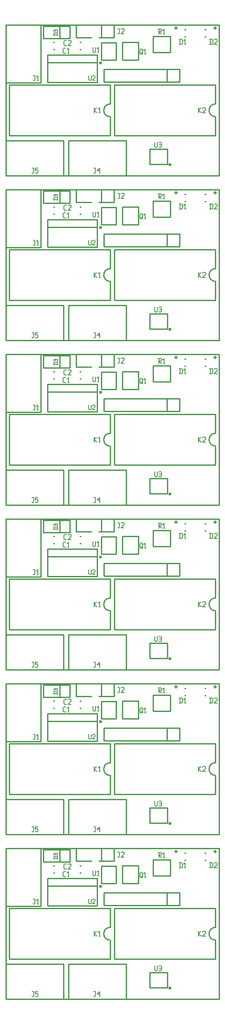
<source format=gbr>
G04 start of page 8 for group -4079 idx -4079 *
G04 Title: (unknown), topsilk *
G04 Creator: pcb 20110918 *
G04 CreationDate: Sun 20 Dec 2015 04:06:38 AM GMT UTC *
G04 For: petersen *
G04 Format: Gerber/RS-274X *
G04 PCB-Dimensions: 170000 770000 *
G04 PCB-Coordinate-Origin: lower left *
%MOIN*%
%FSLAX25Y25*%
%LNTOPSILK*%
%ADD74C,0.0080*%
%ADD73C,0.0100*%
%ADD72C,0.0001*%
G54D72*G36*
X129500Y530000D02*X131500D01*
Y528000D01*
X129500D01*
Y530000D01*
G37*
G36*
X74500Y480500D02*X76500D01*
Y478500D01*
X74500D01*
Y480500D01*
G37*
G36*
X129500Y400000D02*X131500D01*
Y398000D01*
X129500D01*
Y400000D01*
G37*
G36*
X74500Y350500D02*X76500D01*
Y348500D01*
X74500D01*
Y350500D01*
G37*
G36*
Y740500D02*X76500D01*
Y738500D01*
X74500D01*
Y740500D01*
G37*
G36*
X129500Y660000D02*X131500D01*
Y658000D01*
X129500D01*
Y660000D01*
G37*
G36*
X74500Y610500D02*X76500D01*
Y608500D01*
X74500D01*
Y610500D01*
G37*
G36*
X129500Y270000D02*X131500D01*
Y268000D01*
X129500D01*
Y270000D01*
G37*
G36*
X74500Y220500D02*X76500D01*
Y218500D01*
X74500D01*
Y220500D01*
G37*
G36*
X129500Y140000D02*X131500D01*
Y138000D01*
X129500D01*
Y140000D01*
G37*
G36*
Y10000D02*X131500D01*
Y8000D01*
X129500D01*
Y10000D01*
G37*
G36*
X74500Y90500D02*X76500D01*
Y88500D01*
X74500D01*
Y90500D01*
G37*
G54D73*X169500Y639500D02*Y520500D01*
X166000Y638000D02*Y636000D01*
X165000Y637000D02*X167000D01*
X169500Y249500D02*Y130500D01*
X166000Y248000D02*Y246000D01*
X165000Y247000D02*X167000D01*
X169500Y119500D02*Y500D01*
X166000Y118000D02*Y116000D01*
X165000Y117000D02*X167000D01*
X169500Y769500D02*Y650500D01*
X166000Y768000D02*Y766000D01*
X165000Y767000D02*X167000D01*
X135000Y768000D02*Y766000D01*
Y638000D02*Y636000D01*
X134000Y637000D02*X136000D01*
X500Y769500D02*X169500D01*
Y650500D02*X500D01*
Y769500D01*
X134000Y767000D02*X136000D01*
X500Y639500D02*X169500D01*
Y520500D02*X500D01*
Y509500D02*X169500D01*
X135000Y508000D02*Y506000D01*
X134000Y507000D02*X136000D01*
X500Y520500D02*Y639500D01*
Y260500D02*Y379500D01*
X169500Y390500D02*X500D01*
Y509500D01*
Y379500D02*X169500D01*
X135000Y378000D02*Y376000D01*
X134000Y377000D02*X136000D01*
X169500Y509500D02*Y390500D01*
X166000Y508000D02*Y506000D01*
X165000Y507000D02*X167000D01*
X166000Y378000D02*Y376000D01*
X165000Y377000D02*X167000D01*
X169500Y379500D02*Y260500D01*
X500D01*
Y249500D02*X169500D01*
X135000Y248000D02*Y246000D01*
X134000Y247000D02*X136000D01*
X169500Y130500D02*X500D01*
Y249500D01*
Y119500D02*X169500D01*
Y500D02*X500D01*
Y119500D01*
X135000Y118000D02*Y116000D01*
X134000Y117000D02*X136000D01*
X50000Y520500D02*X95669D01*
Y548059D02*Y520500D01*
X50000Y548059D02*X95669D01*
X50000D02*Y520500D01*
X500D02*X46169D01*
Y548059D02*Y520500D01*
X500Y548059D02*X46169D01*
X500D02*Y520500D01*
X38107Y490245D02*X38893D01*
X38107Y495755D02*X38893D01*
X56000Y509500D02*X86000D01*
X56000D02*Y499500D01*
X86000Y509500D02*Y499500D01*
X76000Y509500D02*Y499500D01*
X74000D02*X86000D01*
X56000D02*X68000D01*
X30000Y508300D02*X51000D01*
X30000Y498700D02*X51000D01*
Y508300D02*Y498700D01*
X30000Y508300D02*Y498700D01*
X43000Y508300D02*Y498700D01*
X59064Y490245D02*X59850D01*
X59064Y495755D02*X59850D01*
X105400Y495600D02*Y481700D01*
X92600Y495600D02*X105400D01*
X92600D02*Y481700D01*
X105400D01*
X50000Y390500D02*X95669D01*
Y418059D02*Y390500D01*
X50000Y418059D02*X95669D01*
X50000D02*Y390500D01*
X72685Y464157D02*X33315D01*
X72685Y485811D02*X33315D01*
Y479905D02*X72685D01*
Y485811D02*Y464157D01*
X33315D02*Y485811D01*
X76000Y495500D02*Y481600D01*
X87800D01*
Y495500D01*
X76000D01*
X500Y509500D02*Y463831D01*
X28059D01*
Y509500D01*
X500D01*
X3000Y462000D02*X83000D01*
X3000D02*Y422000D01*
X83000D01*
Y462000D02*Y447000D01*
Y437000D02*Y422000D01*
Y447000D02*G75*G03X83000Y437000I0J-5000D01*G01*
X114500Y399500D02*X128400D01*
Y411300D02*Y399500D01*
X114500Y411300D02*X128400D01*
X114500D02*Y399500D01*
X86500Y462000D02*X166500D01*
X86500D02*Y422000D01*
X166500D01*
Y462000D02*Y447000D01*
Y437000D02*Y422000D01*
Y447000D02*G75*G03X166500Y437000I0J-5000D01*G01*
X78000Y474500D02*X138000D01*
X78000D02*Y464500D01*
X138000D01*
Y474500D02*Y464500D01*
X128000Y474500D02*Y464500D01*
X138000D01*
X158107Y505755D02*X158893D01*
X158107Y500245D02*X158893D01*
X142107D02*X142893D01*
X142107Y505755D02*X142893D01*
X130890Y500299D02*Y487701D01*
X117110D02*X130890D01*
X117110Y500299D02*Y487701D01*
Y500299D02*X130890D01*
X158107Y375755D02*X158893D01*
X158107Y370245D02*X158893D01*
X142107D02*X142893D01*
X142107Y375755D02*X142893D01*
X130890Y370299D02*Y357701D01*
X117110D02*X130890D01*
X117110Y370299D02*Y357701D01*
Y370299D02*X130890D01*
X78000Y344500D02*X138000D01*
X78000D02*Y334500D01*
X138000D01*
Y344500D02*Y334500D01*
X128000Y344500D02*Y334500D01*
X138000D01*
X86500Y332000D02*X166500D01*
X86500D02*Y292000D01*
X166500D01*
Y332000D02*Y317000D01*
Y307000D02*Y292000D01*
Y317000D02*G75*G03X166500Y307000I0J-5000D01*G01*
X500Y390500D02*X46169D01*
Y418059D02*Y390500D01*
X500Y418059D02*X46169D01*
X500D02*Y390500D01*
X38107Y360245D02*X38893D01*
X38107Y365755D02*X38893D01*
X500Y379500D02*Y333831D01*
X28059D01*
Y379500D01*
X500D01*
Y260500D02*X46169D01*
Y288059D02*Y260500D01*
X500Y288059D02*X46169D01*
X500D02*Y260500D01*
X59064Y360245D02*X59850D01*
X59064Y365755D02*X59850D01*
X105400Y365600D02*Y351700D01*
X92600Y365600D02*X105400D01*
X92600D02*Y351700D01*
X105400D01*
X72685Y334157D02*X33315D01*
X72685Y355811D02*X33315D01*
Y349905D02*X72685D01*
Y355811D02*Y334157D01*
X33315D02*Y355811D01*
X56000Y379500D02*X86000D01*
X56000D02*Y369500D01*
X86000Y379500D02*Y369500D01*
X76000Y379500D02*Y369500D01*
X74000D02*X86000D01*
X56000D02*X68000D01*
X30000Y378300D02*X51000D01*
X30000Y368700D02*X51000D01*
Y378300D02*Y368700D01*
X30000Y378300D02*Y368700D01*
X43000Y378300D02*Y368700D01*
X76000Y365500D02*Y351600D01*
X87800D01*
Y365500D01*
X76000D01*
X50000Y260500D02*X95669D01*
Y288059D02*Y260500D01*
X50000Y288059D02*X95669D01*
X50000D02*Y260500D01*
X3000Y332000D02*X83000D01*
X3000D02*Y292000D01*
X83000D01*
Y332000D02*Y317000D01*
Y307000D02*Y292000D01*
Y317000D02*G75*G03X83000Y307000I0J-5000D01*G01*
X114500Y269500D02*X128400D01*
Y281300D02*Y269500D01*
X114500Y281300D02*X128400D01*
X114500D02*Y269500D01*
X158107Y245755D02*X158893D01*
X158107Y240245D02*X158893D01*
X142107D02*X142893D01*
X142107Y245755D02*X142893D01*
X130890Y240299D02*Y227701D01*
X117110D02*X130890D01*
X117110Y240299D02*Y227701D01*
Y240299D02*X130890D01*
X78000Y214500D02*X138000D01*
X78000D02*Y204500D01*
X138000D01*
Y214500D02*Y204500D01*
X128000Y214500D02*Y204500D01*
X138000D01*
X86500Y202000D02*X166500D01*
X86500D02*Y162000D01*
X166500D01*
Y202000D02*Y187000D01*
Y177000D02*Y162000D01*
Y187000D02*G75*G03X166500Y177000I0J-5000D01*G01*
X114500Y139500D02*X128400D01*
Y151300D02*Y139500D01*
X114500Y151300D02*X128400D01*
X114500D02*Y139500D01*
Y9500D02*X128400D01*
Y21300D02*Y9500D01*
X114500Y21300D02*X128400D01*
X114500D02*Y9500D01*
X158107Y115755D02*X158893D01*
X158107Y110245D02*X158893D01*
X142107D02*X142893D01*
X142107Y115755D02*X142893D01*
X130890Y110299D02*Y97701D01*
X117110D02*X130890D01*
X117110Y110299D02*Y97701D01*
Y110299D02*X130890D01*
X78000Y84500D02*X138000D01*
X78000D02*Y74500D01*
X138000D01*
Y84500D02*Y74500D01*
X128000Y84500D02*Y74500D01*
X138000D01*
X86500Y72000D02*X166500D01*
X86500D02*Y32000D01*
X166500D01*
Y72000D02*Y57000D01*
Y47000D02*Y32000D01*
Y57000D02*G75*G03X166500Y47000I0J-5000D01*G01*
X72685Y204157D02*X33315D01*
X72685Y225811D02*X33315D01*
Y219905D02*X72685D01*
Y225811D02*Y204157D01*
X33315D02*Y225811D01*
X3000Y202000D02*X83000D01*
X3000D02*Y162000D01*
X83000D01*
Y202000D02*Y187000D01*
Y177000D02*Y162000D01*
Y187000D02*G75*G03X83000Y177000I0J-5000D01*G01*
X105400Y235600D02*Y221700D01*
X92600Y235600D02*X105400D01*
X92600D02*Y221700D01*
X105400D01*
X50000Y130500D02*X95669D01*
Y158059D02*Y130500D01*
X50000Y158059D02*X95669D01*
X50000D02*Y130500D01*
X500D02*X46169D01*
Y158059D02*Y130500D01*
X500Y158059D02*X46169D01*
X500D02*Y130500D01*
X59064Y230245D02*X59850D01*
X59064Y235755D02*X59850D01*
X38107Y230245D02*X38893D01*
X38107Y235755D02*X38893D01*
X500Y249500D02*Y203831D01*
X28059D01*
Y249500D01*
X500D01*
X56000D02*X86000D01*
X56000D02*Y239500D01*
X86000Y249500D02*Y239500D01*
X76000Y249500D02*Y239500D01*
X74000D02*X86000D01*
X56000D02*X68000D01*
X30000Y248300D02*X51000D01*
X30000Y238700D02*X51000D01*
Y248300D02*Y238700D01*
X30000Y248300D02*Y238700D01*
X43000Y248300D02*Y238700D01*
X76000Y235500D02*Y221600D01*
X87800D01*
Y235500D01*
X76000D01*
X59064Y100245D02*X59850D01*
X59064Y105755D02*X59850D01*
X105400Y105600D02*Y91700D01*
X92600Y105600D02*X105400D01*
X92600D02*Y91700D01*
X105400D01*
X72685Y74157D02*X33315D01*
X72685Y95811D02*X33315D01*
Y89905D02*X72685D01*
Y95811D02*Y74157D01*
X33315D02*Y95811D01*
X56000Y119500D02*X86000D01*
X56000D02*Y109500D01*
X86000Y119500D02*Y109500D01*
X76000Y119500D02*Y109500D01*
X74000D02*X86000D01*
X56000D02*X68000D01*
X76000Y105500D02*Y91600D01*
X87800D01*
Y105500D01*
X76000D01*
X50000Y500D02*X95669D01*
Y28059D02*Y500D01*
X50000Y28059D02*X95669D01*
X50000D02*Y500D01*
X500D02*X46169D01*
Y28059D02*Y500D01*
X500Y28059D02*X46169D01*
X500D02*Y500D01*
X3000Y72000D02*X83000D01*
X3000D02*Y32000D01*
X83000D01*
Y72000D02*Y57000D01*
Y47000D02*Y32000D01*
Y57000D02*G75*G03X83000Y47000I0J-5000D01*G01*
X38107Y100245D02*X38893D01*
X38107Y105755D02*X38893D01*
X500Y119500D02*Y73831D01*
X28059D01*
Y119500D01*
X500D01*
X30000Y118300D02*X51000D01*
X30000Y108700D02*X51000D01*
Y118300D02*Y108700D01*
X30000Y118300D02*Y108700D01*
X43000Y118300D02*Y108700D01*
X500Y769500D02*Y723831D01*
X28059D01*
Y769500D01*
X500D01*
X59064Y750245D02*X59850D01*
X59064Y755755D02*X59850D01*
X38107Y750245D02*X38893D01*
X38107Y755755D02*X38893D01*
X72685Y724157D02*X33315D01*
X72685Y745811D02*X33315D01*
Y739905D02*X72685D01*
Y745811D02*Y724157D01*
X33315D02*Y745811D01*
X3000Y722000D02*X83000D01*
X3000D02*Y682000D01*
X83000D01*
Y722000D02*Y707000D01*
Y697000D02*Y682000D01*
Y707000D02*G75*G03X83000Y697000I0J-5000D01*G01*
X56000Y769500D02*X86000D01*
X56000D02*Y759500D01*
X86000Y769500D02*Y759500D01*
X76000Y769500D02*Y759500D01*
X74000D02*X86000D01*
X56000D02*X68000D01*
X30000Y768300D02*X51000D01*
X30000Y758700D02*X51000D01*
Y768300D02*Y758700D01*
X30000Y768300D02*Y758700D01*
X43000Y768300D02*Y758700D01*
X50000Y650500D02*X95669D01*
Y678059D02*Y650500D01*
X50000Y678059D02*X95669D01*
X50000D02*Y650500D01*
X105400Y755600D02*Y741700D01*
X92600Y755600D02*X105400D01*
X92600D02*Y741700D01*
X105400D01*
X158107Y765755D02*X158893D01*
X158107Y760245D02*X158893D01*
X142107D02*X142893D01*
X142107Y765755D02*X142893D01*
X130890Y760299D02*Y747701D01*
X117110D02*X130890D01*
X117110Y760299D02*Y747701D01*
Y760299D02*X130890D01*
X78000Y734500D02*X138000D01*
X78000D02*Y724500D01*
X138000D01*
Y734500D02*Y724500D01*
X128000Y734500D02*Y724500D01*
X138000D01*
X86500Y722000D02*X166500D01*
X86500D02*Y682000D01*
X166500D01*
Y722000D02*Y707000D01*
Y697000D02*Y682000D01*
Y707000D02*G75*G03X166500Y697000I0J-5000D01*G01*
X114500Y659500D02*X128400D01*
Y671300D02*Y659500D01*
X114500Y671300D02*X128400D01*
X114500D02*Y659500D01*
X76000Y755500D02*Y741600D01*
X87800D01*
Y755500D01*
X76000D01*
X78000Y604500D02*X138000D01*
X78000D02*Y594500D01*
X138000D01*
Y604500D02*Y594500D01*
X128000Y604500D02*Y594500D01*
X138000D01*
X86500Y592000D02*X166500D01*
X86500D02*Y552000D01*
X166500D01*
Y592000D02*Y577000D01*
Y567000D02*Y552000D01*
Y577000D02*G75*G03X166500Y567000I0J-5000D01*G01*
X114500Y529500D02*X128400D01*
Y541300D02*Y529500D01*
X114500Y541300D02*X128400D01*
X114500D02*Y529500D01*
X158107Y635755D02*X158893D01*
X158107Y630245D02*X158893D01*
X142107D02*X142893D01*
X142107Y635755D02*X142893D01*
X130890Y630299D02*Y617701D01*
X117110D02*X130890D01*
X117110Y630299D02*Y617701D01*
Y630299D02*X130890D01*
X500Y650500D02*X46169D01*
Y678059D02*Y650500D01*
X500Y678059D02*X46169D01*
X500D02*Y650500D01*
X72685Y594157D02*X33315D01*
X72685Y615811D02*X33315D01*
Y609905D02*X72685D01*
Y615811D02*Y594157D01*
X33315D02*Y615811D01*
X3000Y592000D02*X83000D01*
X3000D02*Y552000D01*
X83000D01*
Y592000D02*Y577000D01*
Y567000D02*Y552000D01*
Y577000D02*G75*G03X83000Y567000I0J-5000D01*G01*
X105400Y625600D02*Y611700D01*
X92600Y625600D02*X105400D01*
X92600D02*Y611700D01*
X105400D01*
X59064Y620245D02*X59850D01*
X59064Y625755D02*X59850D01*
X38107Y620245D02*X38893D01*
X38107Y625755D02*X38893D01*
X500Y639500D02*Y593831D01*
X28059D01*
Y639500D01*
X500D01*
X56000D02*X86000D01*
X56000D02*Y629500D01*
X86000Y639500D02*Y629500D01*
X76000Y639500D02*Y629500D01*
X74000D02*X86000D01*
X56000D02*X68000D01*
X30000Y638300D02*X51000D01*
X30000Y628700D02*X51000D01*
Y638300D02*Y628700D01*
X30000Y638300D02*Y628700D01*
X43000Y638300D02*Y628700D01*
X76000Y625500D02*Y611600D01*
X87800D01*
Y625500D01*
X76000D01*
G54D74*X46936Y493150D02*X48436D01*
X46436Y493650D02*X46936Y493150D01*
X46436Y496650D02*Y493650D01*
Y496650D02*X46936Y497150D01*
X48436D01*
X49636Y496650D02*X50136Y497150D01*
X51636D01*
X52136Y496650D01*
Y495650D01*
X49636Y493150D02*X52136Y495650D01*
X49636Y493150D02*X52136D01*
X46307Y487150D02*X47807D01*
X45807Y487650D02*X46307Y487150D01*
X45807Y490650D02*Y487650D01*
Y490650D02*X46307Y491150D01*
X47807D01*
X49507Y487150D02*X50507D01*
X50007Y491150D02*Y487150D01*
X49007Y490150D02*X50007Y491150D01*
X89000Y506500D02*X90500D01*
Y503000D01*
X90000Y502500D02*X90500Y503000D01*
X89500Y502500D02*X90000D01*
X89000Y503000D02*X89500Y502500D01*
X91700Y506000D02*X92200Y506500D01*
X93700D01*
X94200Y506000D01*
Y505000D01*
X91700Y502500D02*X94200Y505000D01*
X91700Y502500D02*X94200D01*
X70000Y526500D02*X71500D01*
Y523000D01*
X71000Y522500D02*X71500Y523000D01*
X70500Y522500D02*X71000D01*
X70000Y523000D02*X70500Y522500D01*
X72700Y524500D02*X74700Y526500D01*
X72700Y524500D02*X75200D01*
X74700Y526500D02*Y522500D01*
X70500Y574000D02*Y570000D01*
Y572000D02*X72500Y574000D01*
X70500Y572000D02*X72500Y570000D01*
X74200D02*X75200D01*
X74700Y574000D02*Y570000D01*
X73700Y573000D02*X74700Y574000D01*
X70000Y396500D02*X71500D01*
Y393000D01*
X71000Y392500D02*X71500Y393000D01*
X70500Y392500D02*X71000D01*
X70000Y393000D02*X70500Y392500D01*
X72700Y394500D02*X74700Y396500D01*
X72700Y394500D02*X75200D01*
X74700Y396500D02*Y392500D01*
X66158Y469295D02*Y466180D01*
X66603Y465735D01*
X67493D01*
X67938Y466180D01*
Y469295D02*Y466180D01*
X69006Y468850D02*X69451Y469295D01*
X70786D01*
X71231Y468850D01*
Y467960D01*
X69006Y465735D02*X71231Y467960D01*
X69006Y465735D02*X71231D01*
X69500Y361800D02*Y358300D01*
X70000Y357800D01*
X71000D01*
X71500Y358300D01*
Y361800D02*Y358300D01*
X73200Y357800D02*X74200D01*
X73700Y361800D02*Y357800D01*
X72700Y360800D02*X73700Y361800D01*
X153000Y444000D02*Y440000D01*
Y442000D02*X155000Y444000D01*
X153000Y442000D02*X155000Y440000D01*
X156200Y443500D02*X156700Y444000D01*
X158200D01*
X158700Y443500D01*
Y442500D01*
X156200Y440000D02*X158700Y442500D01*
X156200Y440000D02*X158700D01*
X106700Y489900D02*Y486900D01*
Y489900D02*X107200Y490400D01*
X108200D01*
X108700Y489900D01*
Y486900D01*
X108200Y486400D02*X108700Y486900D01*
X107200Y486400D02*X108200D01*
X106700Y486900D02*X107200Y486400D01*
X107700Y487400D02*X108700Y486400D01*
X110400D02*X111400D01*
X110900Y490400D02*Y486400D01*
X109900Y489400D02*X110900Y490400D01*
X70500Y444000D02*Y440000D01*
Y442000D02*X72500Y444000D01*
X70500Y442000D02*X72500Y440000D01*
X74200D02*X75200D01*
X74700Y444000D02*Y440000D01*
X73700Y443000D02*X74700Y444000D01*
X121100Y376000D02*X123100D01*
X123600Y375500D01*
Y374500D01*
X123100Y374000D02*X123600Y374500D01*
X121600Y374000D02*X123100D01*
X121600Y376000D02*Y372000D01*
Y374000D02*X123600Y372000D01*
X125300D02*X126300D01*
X125800Y376000D02*Y372000D01*
X124800Y375000D02*X125800Y376000D01*
X22000Y469500D02*X23500D01*
Y466000D01*
X23000Y465500D02*X23500Y466000D01*
X22500Y465500D02*X23000D01*
X22000Y466000D02*X22500Y465500D01*
X25200D02*X26200D01*
X25700Y469500D02*Y465500D01*
X24700Y468500D02*X25700Y469500D01*
X21000Y266500D02*X22500D01*
Y263000D01*
X22000Y262500D02*X22500Y263000D01*
X21500Y262500D02*X22000D01*
X21000Y263000D02*X21500Y262500D01*
X23700Y266500D02*X25700D01*
X23700D02*Y264500D01*
X24200Y265000D01*
X25200D01*
X25700Y264500D01*
Y263000D01*
X25200Y262500D02*X25700Y263000D01*
X24200Y262500D02*X25200D01*
X23700Y263000D02*X24200Y262500D01*
X22000Y209500D02*X23500D01*
Y206000D01*
X23000Y205500D02*X23500Y206000D01*
X22500Y205500D02*X23000D01*
X22000Y206000D02*X22500Y205500D01*
X25200D02*X26200D01*
X25700Y209500D02*Y205500D01*
X24700Y208500D02*X25700Y209500D01*
X21000Y396500D02*X22500D01*
Y393000D01*
X22000Y392500D02*X22500Y393000D01*
X21500Y392500D02*X22000D01*
X21000Y393000D02*X21500Y392500D01*
X23700Y396500D02*X25700D01*
X23700D02*Y394500D01*
X24200Y395000D01*
X25200D01*
X25700Y394500D01*
Y393000D01*
X25200Y392500D02*X25700Y393000D01*
X24200Y392500D02*X25200D01*
X23700Y393000D02*X24200Y392500D01*
X46936Y363150D02*X48436D01*
X46436Y363650D02*X46936Y363150D01*
X46436Y366650D02*Y363650D01*
Y366650D02*X46936Y367150D01*
X48436D01*
X49636Y366650D02*X50136Y367150D01*
X51636D01*
X52136Y366650D01*
Y365650D01*
X49636Y363150D02*X52136Y365650D01*
X49636Y363150D02*X52136D01*
X46307Y357150D02*X47807D01*
X45807Y357650D02*X46307Y357150D01*
X45807Y360650D02*Y357650D01*
Y360650D02*X46307Y361150D01*
X47807D01*
X49507Y357150D02*X50507D01*
X50007Y361150D02*Y357150D01*
X49007Y360150D02*X50007Y361150D01*
X22000Y339500D02*X23500D01*
Y336000D01*
X23000Y335500D02*X23500Y336000D01*
X22500Y335500D02*X23000D01*
X22000Y336000D02*X22500Y335500D01*
X25200D02*X26200D01*
X25700Y339500D02*Y335500D01*
X24700Y338500D02*X25700Y339500D01*
X38300Y371400D02*X41500D01*
X38300Y372600D02*X38700Y373000D01*
X41100D01*
X41500Y372600D02*X41100Y373000D01*
X41500Y372600D02*Y371000D01*
X38300Y372600D02*Y371000D01*
X38700Y373960D02*X38300Y374360D01*
Y375160D02*Y374360D01*
Y375160D02*X38700Y375560D01*
X41100D01*
X41500Y375160D02*X41100Y375560D01*
X41500Y375160D02*Y374360D01*
X41100Y373960D02*X41500Y374360D01*
X39900Y375560D02*Y374360D01*
X69500Y491800D02*Y488300D01*
X70000Y487800D01*
X71000D01*
X71500Y488300D01*
Y491800D02*Y488300D01*
X73200Y487800D02*X74200D01*
X73700Y491800D02*Y487800D01*
X72700Y490800D02*X73700Y491800D01*
X162250Y368150D02*Y364150D01*
X163750Y368150D02*X164250Y367650D01*
Y364650D01*
X163750Y364150D02*X164250Y364650D01*
X161750Y364150D02*X163750D01*
X161750Y368150D02*X163750D01*
X165450Y367650D02*X165950Y368150D01*
X167450D01*
X167950Y367650D01*
Y366650D01*
X165450Y364150D02*X167950Y366650D01*
X165450Y364150D02*X167950D01*
X138250Y368150D02*Y364150D01*
X139750Y368150D02*X140250Y367650D01*
Y364650D01*
X139750Y364150D02*X140250Y364650D01*
X137750Y364150D02*X139750D01*
X137750Y368150D02*X139750D01*
X141950Y364150D02*X142950D01*
X142450Y368150D02*Y364150D01*
X141450Y367150D02*X142450Y368150D01*
X153000Y314000D02*Y310000D01*
Y312000D02*X155000Y314000D01*
X153000Y312000D02*X155000Y310000D01*
X156200Y313500D02*X156700Y314000D01*
X158200D01*
X158700Y313500D01*
Y312500D01*
X156200Y310000D02*X158700Y312500D01*
X156200Y310000D02*X158700D01*
X118500Y286800D02*Y283300D01*
X119000Y282800D01*
X120000D01*
X120500Y283300D01*
Y286800D02*Y283300D01*
X121700Y286300D02*X122200Y286800D01*
X123200D01*
X123700Y286300D01*
Y283300D01*
X123200Y282800D02*X123700Y283300D01*
X122200Y282800D02*X123200D01*
X121700Y283300D02*X122200Y282800D01*
Y284800D02*X123700D01*
X138250Y238150D02*Y234150D01*
X139750Y238150D02*X140250Y237650D01*
Y234650D01*
X139750Y234150D02*X140250Y234650D01*
X137750Y234150D02*X139750D01*
X137750Y238150D02*X139750D01*
X141950Y234150D02*X142950D01*
X142450Y238150D02*Y234150D01*
X141450Y237150D02*X142450Y238150D01*
X121100Y246000D02*X123100D01*
X123600Y245500D01*
Y244500D01*
X123100Y244000D02*X123600Y244500D01*
X121600Y244000D02*X123100D01*
X121600Y246000D02*Y242000D01*
Y244000D02*X123600Y242000D01*
X125300D02*X126300D01*
X125800Y246000D02*Y242000D01*
X124800Y245000D02*X125800Y246000D01*
X118500Y416800D02*Y413300D01*
X119000Y412800D01*
X120000D01*
X120500Y413300D01*
Y416800D02*Y413300D01*
X121700Y416300D02*X122200Y416800D01*
X123200D01*
X123700Y416300D01*
Y413300D01*
X123200Y412800D02*X123700Y413300D01*
X122200Y412800D02*X123200D01*
X121700Y413300D02*X122200Y412800D01*
Y414800D02*X123700D01*
X106700Y359900D02*Y356900D01*
Y359900D02*X107200Y360400D01*
X108200D01*
X108700Y359900D01*
Y356900D01*
X108200Y356400D02*X108700Y356900D01*
X107200Y356400D02*X108200D01*
X106700Y356900D02*X107200Y356400D01*
X107700Y357400D02*X108700Y356400D01*
X110400D02*X111400D01*
X110900Y360400D02*Y356400D01*
X109900Y359400D02*X110900Y360400D01*
X89000Y376500D02*X90500D01*
Y373000D01*
X90000Y372500D02*X90500Y373000D01*
X89500Y372500D02*X90000D01*
X89000Y373000D02*X89500Y372500D01*
X91700Y376000D02*X92200Y376500D01*
X93700D01*
X94200Y376000D01*
Y375000D01*
X91700Y372500D02*X94200Y375000D01*
X91700Y372500D02*X94200D01*
X89000Y246500D02*X90500D01*
Y243000D01*
X90000Y242500D02*X90500Y243000D01*
X89500Y242500D02*X90000D01*
X89000Y243000D02*X89500Y242500D01*
X91700Y246000D02*X92200Y246500D01*
X93700D01*
X94200Y246000D01*
Y245000D01*
X91700Y242500D02*X94200Y245000D01*
X91700Y242500D02*X94200D01*
X46936Y233150D02*X48436D01*
X46436Y233650D02*X46936Y233150D01*
X46436Y236650D02*Y233650D01*
Y236650D02*X46936Y237150D01*
X48436D01*
X49636Y236650D02*X50136Y237150D01*
X51636D01*
X52136Y236650D01*
Y235650D01*
X49636Y233150D02*X52136Y235650D01*
X49636Y233150D02*X52136D01*
X38300Y241400D02*X41500D01*
X38300Y242600D02*X38700Y243000D01*
X41100D01*
X41500Y242600D02*X41100Y243000D01*
X41500Y242600D02*Y241000D01*
X38300Y242600D02*Y241000D01*
X38700Y243960D02*X38300Y244360D01*
Y245160D02*Y244360D01*
Y245160D02*X38700Y245560D01*
X41100D01*
X41500Y245160D02*X41100Y245560D01*
X41500Y245160D02*Y244360D01*
X41100Y243960D02*X41500Y244360D01*
X39900Y245560D02*Y244360D01*
X46307Y227150D02*X47807D01*
X45807Y227650D02*X46307Y227150D01*
X45807Y230650D02*Y227650D01*
Y230650D02*X46307Y231150D01*
X47807D01*
X49507Y227150D02*X50507D01*
X50007Y231150D02*Y227150D01*
X49007Y230150D02*X50007Y231150D01*
X70000Y266500D02*X71500D01*
Y263000D01*
X71000Y262500D02*X71500Y263000D01*
X70500Y262500D02*X71000D01*
X70000Y263000D02*X70500Y262500D01*
X72700Y264500D02*X74700Y266500D01*
X72700Y264500D02*X75200D01*
X74700Y266500D02*Y262500D01*
X66158Y339295D02*Y336180D01*
X66603Y335735D01*
X67493D01*
X67938Y336180D01*
Y339295D02*Y336180D01*
X69006Y338850D02*X69451Y339295D01*
X70786D01*
X71231Y338850D01*
Y337960D01*
X69006Y335735D02*X71231Y337960D01*
X69006Y335735D02*X71231D01*
X70500Y314000D02*Y310000D01*
Y312000D02*X72500Y314000D01*
X70500Y312000D02*X72500Y310000D01*
X74200D02*X75200D01*
X74700Y314000D02*Y310000D01*
X73700Y313000D02*X74700Y314000D01*
X66158Y209295D02*Y206180D01*
X66603Y205735D01*
X67493D01*
X67938Y206180D01*
Y209295D02*Y206180D01*
X69006Y208850D02*X69451Y209295D01*
X70786D01*
X71231Y208850D01*
Y207960D01*
X69006Y205735D02*X71231Y207960D01*
X69006Y205735D02*X71231D01*
X70500Y184000D02*Y180000D01*
Y182000D02*X72500Y184000D01*
X70500Y182000D02*X72500Y180000D01*
X74200D02*X75200D01*
X74700Y184000D02*Y180000D01*
X73700Y183000D02*X74700Y184000D01*
X69500Y231800D02*Y228300D01*
X70000Y227800D01*
X71000D01*
X71500Y228300D01*
Y231800D02*Y228300D01*
X73200Y227800D02*X74200D01*
X73700Y231800D02*Y227800D01*
X72700Y230800D02*X73700Y231800D01*
X106700Y229900D02*Y226900D01*
Y229900D02*X107200Y230400D01*
X108200D01*
X108700Y229900D01*
Y226900D01*
X108200Y226400D02*X108700Y226900D01*
X107200Y226400D02*X108200D01*
X106700Y226900D02*X107200Y226400D01*
X107700Y227400D02*X108700Y226400D01*
X110400D02*X111400D01*
X110900Y230400D02*Y226400D01*
X109900Y229400D02*X110900Y230400D01*
X118500Y156800D02*Y153300D01*
X119000Y152800D01*
X120000D01*
X120500Y153300D01*
Y156800D02*Y153300D01*
X121700Y156300D02*X122200Y156800D01*
X123200D01*
X123700Y156300D01*
Y153300D01*
X123200Y152800D02*X123700Y153300D01*
X122200Y152800D02*X123200D01*
X121700Y153300D02*X122200Y152800D01*
Y154800D02*X123700D01*
X106700Y99900D02*Y96900D01*
Y99900D02*X107200Y100400D01*
X108200D01*
X108700Y99900D01*
Y96900D01*
X108200Y96400D02*X108700Y96900D01*
X107200Y96400D02*X108200D01*
X106700Y96900D02*X107200Y96400D01*
X107700Y97400D02*X108700Y96400D01*
X110400D02*X111400D01*
X110900Y100400D02*Y96400D01*
X109900Y99400D02*X110900Y100400D01*
X153000Y184000D02*Y180000D01*
Y182000D02*X155000Y184000D01*
X153000Y182000D02*X155000Y180000D01*
X156200Y183500D02*X156700Y184000D01*
X158200D01*
X158700Y183500D01*
Y182500D01*
X156200Y180000D02*X158700Y182500D01*
X156200Y180000D02*X158700D01*
X162250Y238150D02*Y234150D01*
X163750Y238150D02*X164250Y237650D01*
Y234650D01*
X163750Y234150D02*X164250Y234650D01*
X161750Y234150D02*X163750D01*
X161750Y238150D02*X163750D01*
X165450Y237650D02*X165950Y238150D01*
X167450D01*
X167950Y237650D01*
Y236650D01*
X165450Y234150D02*X167950Y236650D01*
X165450Y234150D02*X167950D01*
X153000Y54000D02*Y50000D01*
Y52000D02*X155000Y54000D01*
X153000Y52000D02*X155000Y50000D01*
X156200Y53500D02*X156700Y54000D01*
X158200D01*
X158700Y53500D01*
Y52500D01*
X156200Y50000D02*X158700Y52500D01*
X156200Y50000D02*X158700D01*
X118500Y26800D02*Y23300D01*
X119000Y22800D01*
X120000D01*
X120500Y23300D01*
Y26800D02*Y23300D01*
X121700Y26300D02*X122200Y26800D01*
X123200D01*
X123700Y26300D01*
Y23300D01*
X123200Y22800D02*X123700Y23300D01*
X122200Y22800D02*X123200D01*
X121700Y23300D02*X122200Y22800D01*
Y24800D02*X123700D01*
X162250Y108150D02*Y104150D01*
X163750Y108150D02*X164250Y107650D01*
Y104650D01*
X163750Y104150D02*X164250Y104650D01*
X161750Y104150D02*X163750D01*
X161750Y108150D02*X163750D01*
X165450Y107650D02*X165950Y108150D01*
X167450D01*
X167950Y107650D01*
Y106650D01*
X165450Y104150D02*X167950Y106650D01*
X165450Y104150D02*X167950D01*
X138250Y108150D02*Y104150D01*
X139750Y108150D02*X140250Y107650D01*
Y104650D01*
X139750Y104150D02*X140250Y104650D01*
X137750Y104150D02*X139750D01*
X137750Y108150D02*X139750D01*
X141950Y104150D02*X142950D01*
X142450Y108150D02*Y104150D01*
X141450Y107150D02*X142450Y108150D01*
X89000Y116500D02*X90500D01*
Y113000D01*
X90000Y112500D02*X90500Y113000D01*
X89500Y112500D02*X90000D01*
X89000Y113000D02*X89500Y112500D01*
X91700Y116000D02*X92200Y116500D01*
X93700D01*
X94200Y116000D01*
Y115000D01*
X91700Y112500D02*X94200Y115000D01*
X91700Y112500D02*X94200D01*
X121100Y116000D02*X123100D01*
X123600Y115500D01*
Y114500D01*
X123100Y114000D02*X123600Y114500D01*
X121600Y114000D02*X123100D01*
X121600Y116000D02*Y112000D01*
Y114000D02*X123600Y112000D01*
X125300D02*X126300D01*
X125800Y116000D02*Y112000D01*
X124800Y115000D02*X125800Y116000D01*
X70000Y136500D02*X71500D01*
Y133000D01*
X71000Y132500D02*X71500Y133000D01*
X70500Y132500D02*X71000D01*
X70000Y133000D02*X70500Y132500D01*
X72700Y134500D02*X74700Y136500D01*
X72700Y134500D02*X75200D01*
X74700Y136500D02*Y132500D01*
X21000Y136500D02*X22500D01*
Y133000D01*
X22000Y132500D02*X22500Y133000D01*
X21500Y132500D02*X22000D01*
X21000Y133000D02*X21500Y132500D01*
X23700Y136500D02*X25700D01*
X23700D02*Y134500D01*
X24200Y135000D01*
X25200D01*
X25700Y134500D01*
Y133000D01*
X25200Y132500D02*X25700Y133000D01*
X24200Y132500D02*X25200D01*
X23700Y133000D02*X24200Y132500D01*
X46936Y103150D02*X48436D01*
X46436Y103650D02*X46936Y103150D01*
X46436Y106650D02*Y103650D01*
Y106650D02*X46936Y107150D01*
X48436D01*
X49636Y106650D02*X50136Y107150D01*
X51636D01*
X52136Y106650D01*
Y105650D01*
X49636Y103150D02*X52136Y105650D01*
X49636Y103150D02*X52136D01*
X46307Y97150D02*X47807D01*
X45807Y97650D02*X46307Y97150D01*
X45807Y100650D02*Y97650D01*
Y100650D02*X46307Y101150D01*
X47807D01*
X49507Y97150D02*X50507D01*
X50007Y101150D02*Y97150D01*
X49007Y100150D02*X50007Y101150D01*
X66158Y79295D02*Y76180D01*
X66603Y75735D01*
X67493D01*
X67938Y76180D01*
Y79295D02*Y76180D01*
X69006Y78850D02*X69451Y79295D01*
X70786D01*
X71231Y78850D01*
Y77960D01*
X69006Y75735D02*X71231Y77960D01*
X69006Y75735D02*X71231D01*
X22000Y79500D02*X23500D01*
Y76000D01*
X23000Y75500D02*X23500Y76000D01*
X22500Y75500D02*X23000D01*
X22000Y76000D02*X22500Y75500D01*
X25200D02*X26200D01*
X25700Y79500D02*Y75500D01*
X24700Y78500D02*X25700Y79500D01*
X69500Y101800D02*Y98300D01*
X70000Y97800D01*
X71000D01*
X71500Y98300D01*
Y101800D02*Y98300D01*
X73200Y97800D02*X74200D01*
X73700Y101800D02*Y97800D01*
X72700Y100800D02*X73700Y101800D01*
X70000Y6500D02*X71500D01*
Y3000D01*
X71000Y2500D02*X71500Y3000D01*
X70500Y2500D02*X71000D01*
X70000Y3000D02*X70500Y2500D01*
X72700Y4500D02*X74700Y6500D01*
X72700Y4500D02*X75200D01*
X74700Y6500D02*Y2500D01*
X21000Y6500D02*X22500D01*
Y3000D01*
X22000Y2500D02*X22500Y3000D01*
X21500Y2500D02*X22000D01*
X21000Y3000D02*X21500Y2500D01*
X23700Y6500D02*X25700D01*
X23700D02*Y4500D01*
X24200Y5000D01*
X25200D01*
X25700Y4500D01*
Y3000D01*
X25200Y2500D02*X25700Y3000D01*
X24200Y2500D02*X25200D01*
X23700Y3000D02*X24200Y2500D01*
X70500Y54000D02*Y50000D01*
Y52000D02*X72500Y54000D01*
X70500Y52000D02*X72500Y50000D01*
X74200D02*X75200D01*
X74700Y54000D02*Y50000D01*
X73700Y53000D02*X74700Y54000D01*
X38300Y111400D02*X41500D01*
X38300Y112600D02*X38700Y113000D01*
X41100D01*
X41500Y112600D02*X41100Y113000D01*
X41500Y112600D02*Y111000D01*
X38300Y112600D02*Y111000D01*
X38700Y113960D02*X38300Y114360D01*
Y115160D02*Y114360D01*
Y115160D02*X38700Y115560D01*
X41100D01*
X41500Y115160D02*X41100Y115560D01*
X41500Y115160D02*Y114360D01*
X41100Y113960D02*X41500Y114360D01*
X39900Y115560D02*Y114360D01*
X153000Y704000D02*Y700000D01*
Y702000D02*X155000Y704000D01*
X153000Y702000D02*X155000Y700000D01*
X156200Y703500D02*X156700Y704000D01*
X158200D01*
X158700Y703500D01*
Y702500D01*
X156200Y700000D02*X158700Y702500D01*
X156200Y700000D02*X158700D01*
X162250Y758150D02*Y754150D01*
X163750Y758150D02*X164250Y757650D01*
Y754650D01*
X163750Y754150D02*X164250Y754650D01*
X161750Y754150D02*X163750D01*
X161750Y758150D02*X163750D01*
X165450Y757650D02*X165950Y758150D01*
X167450D01*
X167950Y757650D01*
Y756650D01*
X165450Y754150D02*X167950Y756650D01*
X165450Y754150D02*X167950D01*
X153000Y574000D02*Y570000D01*
Y572000D02*X155000Y574000D01*
X153000Y572000D02*X155000Y570000D01*
X156200Y573500D02*X156700Y574000D01*
X158200D01*
X158700Y573500D01*
Y572500D01*
X156200Y570000D02*X158700Y572500D01*
X156200Y570000D02*X158700D01*
X162250Y628150D02*Y624150D01*
X163750Y628150D02*X164250Y627650D01*
Y624650D01*
X163750Y624150D02*X164250Y624650D01*
X161750Y624150D02*X163750D01*
X161750Y628150D02*X163750D01*
X165450Y627650D02*X165950Y628150D01*
X167450D01*
X167950Y627650D01*
Y626650D01*
X165450Y624150D02*X167950Y626650D01*
X165450Y624150D02*X167950D01*
X70000Y656500D02*X71500D01*
Y653000D01*
X71000Y652500D02*X71500Y653000D01*
X70500Y652500D02*X71000D01*
X70000Y653000D02*X70500Y652500D01*
X72700Y654500D02*X74700Y656500D01*
X72700Y654500D02*X75200D01*
X74700Y656500D02*Y652500D01*
X70500Y704000D02*Y700000D01*
Y702000D02*X72500Y704000D01*
X70500Y702000D02*X72500Y700000D01*
X74200D02*X75200D01*
X74700Y704000D02*Y700000D01*
X73700Y703000D02*X74700Y704000D01*
X118500Y676800D02*Y673300D01*
X119000Y672800D01*
X120000D01*
X120500Y673300D01*
Y676800D02*Y673300D01*
X121700Y676300D02*X122200Y676800D01*
X123200D01*
X123700Y676300D01*
Y673300D01*
X123200Y672800D02*X123700Y673300D01*
X122200Y672800D02*X123200D01*
X121700Y673300D02*X122200Y672800D01*
Y674800D02*X123700D01*
X138250Y758150D02*Y754150D01*
X139750Y758150D02*X140250Y757650D01*
Y754650D01*
X139750Y754150D02*X140250Y754650D01*
X137750Y754150D02*X139750D01*
X137750Y758150D02*X139750D01*
X141950Y754150D02*X142950D01*
X142450Y758150D02*Y754150D01*
X141450Y757150D02*X142450Y758150D01*
X121100Y766000D02*X123100D01*
X123600Y765500D01*
Y764500D01*
X123100Y764000D02*X123600Y764500D01*
X121600Y764000D02*X123100D01*
X121600Y766000D02*Y762000D01*
Y764000D02*X123600Y762000D01*
X125300D02*X126300D01*
X125800Y766000D02*Y762000D01*
X124800Y765000D02*X125800Y766000D01*
X121100Y636000D02*X123100D01*
X123600Y635500D01*
Y634500D01*
X123100Y634000D02*X123600Y634500D01*
X121600Y634000D02*X123100D01*
X121600Y636000D02*Y632000D01*
Y634000D02*X123600Y632000D01*
X125300D02*X126300D01*
X125800Y636000D02*Y632000D01*
X124800Y635000D02*X125800Y636000D01*
X106700Y749900D02*Y746900D01*
Y749900D02*X107200Y750400D01*
X108200D01*
X108700Y749900D01*
Y746900D01*
X108200Y746400D02*X108700Y746900D01*
X107200Y746400D02*X108200D01*
X106700Y746900D02*X107200Y746400D01*
X107700Y747400D02*X108700Y746400D01*
X110400D02*X111400D01*
X110900Y750400D02*Y746400D01*
X109900Y749400D02*X110900Y750400D01*
X66158Y729295D02*Y726180D01*
X66603Y725735D01*
X67493D01*
X67938Y726180D01*
Y729295D02*Y726180D01*
X69006Y728850D02*X69451Y729295D01*
X70786D01*
X71231Y728850D01*
Y727960D01*
X69006Y725735D02*X71231Y727960D01*
X69006Y725735D02*X71231D01*
X89000Y766500D02*X90500D01*
Y763000D01*
X90000Y762500D02*X90500Y763000D01*
X89500Y762500D02*X90000D01*
X89000Y763000D02*X89500Y762500D01*
X91700Y766000D02*X92200Y766500D01*
X93700D01*
X94200Y766000D01*
Y765000D01*
X91700Y762500D02*X94200Y765000D01*
X91700Y762500D02*X94200D01*
X46936Y753150D02*X48436D01*
X46436Y753650D02*X46936Y753150D01*
X46436Y756650D02*Y753650D01*
Y756650D02*X46936Y757150D01*
X48436D01*
X49636Y756650D02*X50136Y757150D01*
X51636D01*
X52136Y756650D01*
Y755650D01*
X49636Y753150D02*X52136Y755650D01*
X49636Y753150D02*X52136D01*
X46307Y747150D02*X47807D01*
X45807Y747650D02*X46307Y747150D01*
X45807Y750650D02*Y747650D01*
Y750650D02*X46307Y751150D01*
X47807D01*
X49507Y747150D02*X50507D01*
X50007Y751150D02*Y747150D01*
X49007Y750150D02*X50007Y751150D01*
X38300Y761400D02*X41500D01*
X38300Y762600D02*X38700Y763000D01*
X41100D01*
X41500Y762600D02*X41100Y763000D01*
X41500Y762600D02*Y761000D01*
X38300Y762600D02*Y761000D01*
X38700Y763960D02*X38300Y764360D01*
Y765160D02*Y764360D01*
Y765160D02*X38700Y765560D01*
X41100D01*
X41500Y765160D02*X41100Y765560D01*
X41500Y765160D02*Y764360D01*
X41100Y763960D02*X41500Y764360D01*
X39900Y765560D02*Y764360D01*
X22000Y729500D02*X23500D01*
Y726000D01*
X23000Y725500D02*X23500Y726000D01*
X22500Y725500D02*X23000D01*
X22000Y726000D02*X22500Y725500D01*
X25200D02*X26200D01*
X25700Y729500D02*Y725500D01*
X24700Y728500D02*X25700Y729500D01*
X21000Y656500D02*X22500D01*
Y653000D01*
X22000Y652500D02*X22500Y653000D01*
X21500Y652500D02*X22000D01*
X21000Y653000D02*X21500Y652500D01*
X23700Y656500D02*X25700D01*
X23700D02*Y654500D01*
X24200Y655000D01*
X25200D01*
X25700Y654500D01*
Y653000D01*
X25200Y652500D02*X25700Y653000D01*
X24200Y652500D02*X25200D01*
X23700Y653000D02*X24200Y652500D01*
X22000Y599500D02*X23500D01*
Y596000D01*
X23000Y595500D02*X23500Y596000D01*
X22500Y595500D02*X23000D01*
X22000Y596000D02*X22500Y595500D01*
X25200D02*X26200D01*
X25700Y599500D02*Y595500D01*
X24700Y598500D02*X25700Y599500D01*
X21000Y526500D02*X22500D01*
Y523000D01*
X22000Y522500D02*X22500Y523000D01*
X21500Y522500D02*X22000D01*
X21000Y523000D02*X21500Y522500D01*
X23700Y526500D02*X25700D01*
X23700D02*Y524500D01*
X24200Y525000D01*
X25200D01*
X25700Y524500D01*
Y523000D01*
X25200Y522500D02*X25700Y523000D01*
X24200Y522500D02*X25200D01*
X23700Y523000D02*X24200Y522500D01*
X69500Y751800D02*Y748300D01*
X70000Y747800D01*
X71000D01*
X71500Y748300D01*
Y751800D02*Y748300D01*
X73200Y747800D02*X74200D01*
X73700Y751800D02*Y747800D01*
X72700Y750800D02*X73700Y751800D01*
X66158Y599295D02*Y596180D01*
X66603Y595735D01*
X67493D01*
X67938Y596180D01*
Y599295D02*Y596180D01*
X69006Y598850D02*X69451Y599295D01*
X70786D01*
X71231Y598850D01*
Y597960D01*
X69006Y595735D02*X71231Y597960D01*
X69006Y595735D02*X71231D01*
X69500Y621800D02*Y618300D01*
X70000Y617800D01*
X71000D01*
X71500Y618300D01*
Y621800D02*Y618300D01*
X73200Y617800D02*X74200D01*
X73700Y621800D02*Y617800D01*
X72700Y620800D02*X73700Y621800D01*
X46936Y623150D02*X48436D01*
X46436Y623650D02*X46936Y623150D01*
X46436Y626650D02*Y623650D01*
Y626650D02*X46936Y627150D01*
X48436D01*
X49636Y626650D02*X50136Y627150D01*
X51636D01*
X52136Y626650D01*
Y625650D01*
X49636Y623150D02*X52136Y625650D01*
X49636Y623150D02*X52136D01*
X46307Y617150D02*X47807D01*
X45807Y617650D02*X46307Y617150D01*
X45807Y620650D02*Y617650D01*
Y620650D02*X46307Y621150D01*
X47807D01*
X49507Y617150D02*X50507D01*
X50007Y621150D02*Y617150D01*
X49007Y620150D02*X50007Y621150D01*
X38300Y631400D02*X41500D01*
X38300Y632600D02*X38700Y633000D01*
X41100D01*
X41500Y632600D02*X41100Y633000D01*
X41500Y632600D02*Y631000D01*
X38300Y632600D02*Y631000D01*
X38700Y633960D02*X38300Y634360D01*
Y635160D02*Y634360D01*
Y635160D02*X38700Y635560D01*
X41100D01*
X41500Y635160D02*X41100Y635560D01*
X41500Y635160D02*Y634360D01*
X41100Y633960D02*X41500Y634360D01*
X39900Y635560D02*Y634360D01*
X38300Y501400D02*X41500D01*
X38300Y502600D02*X38700Y503000D01*
X41100D01*
X41500Y502600D02*X41100Y503000D01*
X41500Y502600D02*Y501000D01*
X38300Y502600D02*Y501000D01*
X38700Y503960D02*X38300Y504360D01*
Y505160D02*Y504360D01*
Y505160D02*X38700Y505560D01*
X41100D01*
X41500Y505160D02*X41100Y505560D01*
X41500Y505160D02*Y504360D01*
X41100Y503960D02*X41500Y504360D01*
X39900Y505560D02*Y504360D01*
X106700Y619900D02*Y616900D01*
Y619900D02*X107200Y620400D01*
X108200D01*
X108700Y619900D01*
Y616900D01*
X108200Y616400D02*X108700Y616900D01*
X107200Y616400D02*X108200D01*
X106700Y616900D02*X107200Y616400D01*
X107700Y617400D02*X108700Y616400D01*
X110400D02*X111400D01*
X110900Y620400D02*Y616400D01*
X109900Y619400D02*X110900Y620400D01*
X118500Y546800D02*Y543300D01*
X119000Y542800D01*
X120000D01*
X120500Y543300D01*
Y546800D02*Y543300D01*
X121700Y546300D02*X122200Y546800D01*
X123200D01*
X123700Y546300D01*
Y543300D01*
X123200Y542800D02*X123700Y543300D01*
X122200Y542800D02*X123200D01*
X121700Y543300D02*X122200Y542800D01*
Y544800D02*X123700D01*
X138250Y628150D02*Y624150D01*
X139750Y628150D02*X140250Y627650D01*
Y624650D01*
X139750Y624150D02*X140250Y624650D01*
X137750Y624150D02*X139750D01*
X137750Y628150D02*X139750D01*
X141950Y624150D02*X142950D01*
X142450Y628150D02*Y624150D01*
X141450Y627150D02*X142450Y628150D01*
X89000Y636500D02*X90500D01*
Y633000D01*
X90000Y632500D02*X90500Y633000D01*
X89500Y632500D02*X90000D01*
X89000Y633000D02*X89500Y632500D01*
X91700Y636000D02*X92200Y636500D01*
X93700D01*
X94200Y636000D01*
Y635000D01*
X91700Y632500D02*X94200Y635000D01*
X91700Y632500D02*X94200D01*
X162250Y498150D02*Y494150D01*
X163750Y498150D02*X164250Y497650D01*
Y494650D01*
X163750Y494150D02*X164250Y494650D01*
X161750Y494150D02*X163750D01*
X161750Y498150D02*X163750D01*
X165450Y497650D02*X165950Y498150D01*
X167450D01*
X167950Y497650D01*
Y496650D01*
X165450Y494150D02*X167950Y496650D01*
X165450Y494150D02*X167950D01*
X138250Y498150D02*Y494150D01*
X139750Y498150D02*X140250Y497650D01*
Y494650D01*
X139750Y494150D02*X140250Y494650D01*
X137750Y494150D02*X139750D01*
X137750Y498150D02*X139750D01*
X141950Y494150D02*X142950D01*
X142450Y498150D02*Y494150D01*
X141450Y497150D02*X142450Y498150D01*
X121100Y506000D02*X123100D01*
X123600Y505500D01*
Y504500D01*
X123100Y504000D02*X123600Y504500D01*
X121600Y504000D02*X123100D01*
X121600Y506000D02*Y502000D01*
Y504000D02*X123600Y502000D01*
X125300D02*X126300D01*
X125800Y506000D02*Y502000D01*
X124800Y505000D02*X125800Y506000D01*
M02*

</source>
